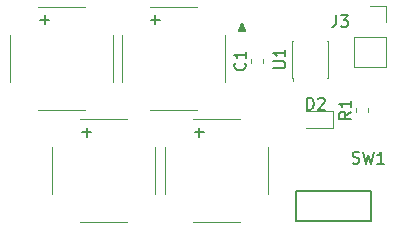
<source format=gbr>
G04 #@! TF.GenerationSoftware,KiCad,Pcbnew,(5.0.2)-1*
G04 #@! TF.CreationDate,2019-06-22T00:22:24-07:00*
G04 #@! TF.ProjectId,pic_beeper,7069635f-6265-4657-9065-722e6b696361,rev?*
G04 #@! TF.SameCoordinates,Original*
G04 #@! TF.FileFunction,Legend,Top*
G04 #@! TF.FilePolarity,Positive*
%FSLAX46Y46*%
G04 Gerber Fmt 4.6, Leading zero omitted, Abs format (unit mm)*
G04 Created by KiCad (PCBNEW (5.0.2)-1) date 6/22/2019 12:22:24 AM*
%MOMM*%
%LPD*%
G01*
G04 APERTURE LIST*
%ADD10C,0.120000*%
%ADD11C,0.150000*%
G04 APERTURE END LIST*
D10*
G04 #@! TO.C,BZ1*
X18850000Y-7000000D02*
X18850000Y-3000000D01*
X12500000Y-9350000D02*
X16500000Y-9350000D01*
X10150000Y-3000000D02*
X10150000Y-7000000D01*
X16500000Y-650000D02*
X12500000Y-650000D01*
G04 #@! TO.C,C1*
X21080000Y-5395279D02*
X21080000Y-5069721D01*
X22100000Y-5395279D02*
X22100000Y-5069721D01*
G04 #@! TO.C,D2*
X25717500Y-10895000D02*
X28002500Y-10895000D01*
X28002500Y-10895000D02*
X28002500Y-9425000D01*
X28002500Y-9425000D02*
X25717500Y-9425000D01*
D11*
G04 #@! TO.C,J1*
G36*
X20320000Y-2032000D02*
X20066000Y-2667000D01*
X20574000Y-2667000D01*
X20320000Y-2032000D01*
G37*
X20320000Y-2032000D02*
X20066000Y-2667000D01*
X20574000Y-2667000D01*
X20320000Y-2032000D01*
D10*
G04 #@! TO.C,J3*
X29785000Y-3175000D02*
X32445000Y-3175000D01*
X29785000Y-3175000D02*
X29785000Y-5775000D01*
X29785000Y-5775000D02*
X32445000Y-5775000D01*
X32445000Y-3175000D02*
X32445000Y-5775000D01*
X32445000Y-575000D02*
X32445000Y-1905000D01*
X31115000Y-575000D02*
X32445000Y-575000D01*
G04 #@! TO.C,R1*
X29970000Y-9535279D02*
X29970000Y-9209721D01*
X30990000Y-9535279D02*
X30990000Y-9209721D01*
G04 #@! TO.C,U1*
X24625000Y-6640000D02*
X24625000Y-6900000D01*
X27595000Y-3520000D02*
X27445000Y-3520000D01*
X27595000Y-6640000D02*
X27595000Y-3520000D01*
X24475000Y-6640000D02*
X24475000Y-3520000D01*
X27595000Y-6640000D02*
X27445000Y-6640000D01*
X24475000Y-6640000D02*
X24625000Y-6640000D01*
X24475000Y-3520000D02*
X24625000Y-3520000D01*
G04 #@! TO.C,BZ2*
X9350000Y-7000000D02*
X9350000Y-3000000D01*
X3000000Y-9350000D02*
X7000000Y-9350000D01*
X650000Y-3000000D02*
X650000Y-7000000D01*
X7000000Y-650000D02*
X3000000Y-650000D01*
G04 #@! TO.C,BZ3*
X10565000Y-10150000D02*
X6565000Y-10150000D01*
X4215000Y-12500000D02*
X4215000Y-16500000D01*
X6565000Y-18850000D02*
X10565000Y-18850000D01*
X12915000Y-16500000D02*
X12915000Y-12500000D01*
G04 #@! TO.C,BZ4*
X22440000Y-16500000D02*
X22440000Y-12500000D01*
X16090000Y-18850000D02*
X20090000Y-18850000D01*
X13740000Y-12500000D02*
X13740000Y-16500000D01*
X20090000Y-10150000D02*
X16090000Y-10150000D01*
D11*
G04 #@! TO.C,SW1*
X31175000Y-18770000D02*
X31175000Y-16230000D01*
X31175000Y-16230000D02*
X24825000Y-16230000D01*
X24825000Y-16230000D02*
X24825000Y-18770000D01*
X24825000Y-18770000D02*
X31175000Y-18770000D01*
G04 #@! TO.C,BZ1*
X12928571Y-1369047D02*
X12928571Y-2130952D01*
X12547619Y-1750000D02*
X13309523Y-1750000D01*
G04 #@! TO.C,C1*
X20517142Y-5399166D02*
X20564761Y-5446785D01*
X20612380Y-5589642D01*
X20612380Y-5684880D01*
X20564761Y-5827738D01*
X20469523Y-5922976D01*
X20374285Y-5970595D01*
X20183809Y-6018214D01*
X20040952Y-6018214D01*
X19850476Y-5970595D01*
X19755238Y-5922976D01*
X19660000Y-5827738D01*
X19612380Y-5684880D01*
X19612380Y-5589642D01*
X19660000Y-5446785D01*
X19707619Y-5399166D01*
X20612380Y-4446785D02*
X20612380Y-5018214D01*
X20612380Y-4732500D02*
X19612380Y-4732500D01*
X19755238Y-4827738D01*
X19850476Y-4922976D01*
X19898095Y-5018214D01*
G04 #@! TO.C,D2*
X25779404Y-9342380D02*
X25779404Y-8342380D01*
X26017500Y-8342380D01*
X26160357Y-8390000D01*
X26255595Y-8485238D01*
X26303214Y-8580476D01*
X26350833Y-8770952D01*
X26350833Y-8913809D01*
X26303214Y-9104285D01*
X26255595Y-9199523D01*
X26160357Y-9294761D01*
X26017500Y-9342380D01*
X25779404Y-9342380D01*
X26731785Y-8437619D02*
X26779404Y-8390000D01*
X26874642Y-8342380D01*
X27112738Y-8342380D01*
X27207976Y-8390000D01*
X27255595Y-8437619D01*
X27303214Y-8532857D01*
X27303214Y-8628095D01*
X27255595Y-8770952D01*
X26684166Y-9342380D01*
X27303214Y-9342380D01*
G04 #@! TO.C,J3*
X28241666Y-1357380D02*
X28241666Y-2071666D01*
X28194047Y-2214523D01*
X28098809Y-2309761D01*
X27955952Y-2357380D01*
X27860714Y-2357380D01*
X28622619Y-1357380D02*
X29241666Y-1357380D01*
X28908333Y-1738333D01*
X29051190Y-1738333D01*
X29146428Y-1785952D01*
X29194047Y-1833571D01*
X29241666Y-1928809D01*
X29241666Y-2166904D01*
X29194047Y-2262142D01*
X29146428Y-2309761D01*
X29051190Y-2357380D01*
X28765476Y-2357380D01*
X28670238Y-2309761D01*
X28622619Y-2262142D01*
G04 #@! TO.C,R1*
X29502380Y-9539166D02*
X29026190Y-9872500D01*
X29502380Y-10110595D02*
X28502380Y-10110595D01*
X28502380Y-9729642D01*
X28550000Y-9634404D01*
X28597619Y-9586785D01*
X28692857Y-9539166D01*
X28835714Y-9539166D01*
X28930952Y-9586785D01*
X28978571Y-9634404D01*
X29026190Y-9729642D01*
X29026190Y-10110595D01*
X29502380Y-8586785D02*
X29502380Y-9158214D01*
X29502380Y-8872500D02*
X28502380Y-8872500D01*
X28645238Y-8967738D01*
X28740476Y-9062976D01*
X28788095Y-9158214D01*
G04 #@! TO.C,U1*
X22937380Y-5841904D02*
X23746904Y-5841904D01*
X23842142Y-5794285D01*
X23889761Y-5746666D01*
X23937380Y-5651428D01*
X23937380Y-5460952D01*
X23889761Y-5365714D01*
X23842142Y-5318095D01*
X23746904Y-5270476D01*
X22937380Y-5270476D01*
X23937380Y-4270476D02*
X23937380Y-4841904D01*
X23937380Y-4556190D02*
X22937380Y-4556190D01*
X23080238Y-4651428D01*
X23175476Y-4746666D01*
X23223095Y-4841904D01*
G04 #@! TO.C,BZ2*
X3571428Y-2130952D02*
X3571428Y-1369047D01*
X3952380Y-1750000D02*
X3190476Y-1750000D01*
G04 #@! TO.C,BZ3*
X7136428Y-11630952D02*
X7136428Y-10869047D01*
X7517380Y-11250000D02*
X6755476Y-11250000D01*
G04 #@! TO.C,BZ4*
X16661428Y-11630952D02*
X16661428Y-10869047D01*
X17042380Y-11250000D02*
X16280476Y-11250000D01*
G04 #@! TO.C,SW1*
X29654666Y-13866761D02*
X29797523Y-13914380D01*
X30035619Y-13914380D01*
X30130857Y-13866761D01*
X30178476Y-13819142D01*
X30226095Y-13723904D01*
X30226095Y-13628666D01*
X30178476Y-13533428D01*
X30130857Y-13485809D01*
X30035619Y-13438190D01*
X29845142Y-13390571D01*
X29749904Y-13342952D01*
X29702285Y-13295333D01*
X29654666Y-13200095D01*
X29654666Y-13104857D01*
X29702285Y-13009619D01*
X29749904Y-12962000D01*
X29845142Y-12914380D01*
X30083238Y-12914380D01*
X30226095Y-12962000D01*
X30559428Y-12914380D02*
X30797523Y-13914380D01*
X30988000Y-13200095D01*
X31178476Y-13914380D01*
X31416571Y-12914380D01*
X32321333Y-13914380D02*
X31749904Y-13914380D01*
X32035619Y-13914380D02*
X32035619Y-12914380D01*
X31940380Y-13057238D01*
X31845142Y-13152476D01*
X31749904Y-13200095D01*
G04 #@! TD*
M02*

</source>
